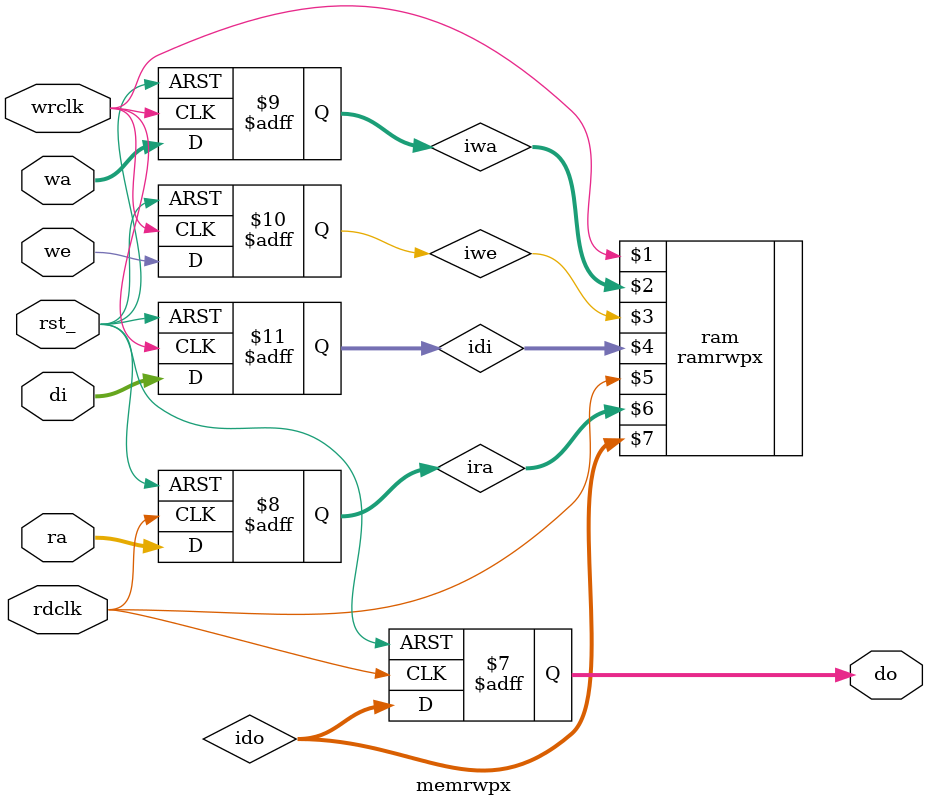
<source format=v>

module memrwpx
    (
     rst_,
     wrclk,
     wa,
     we,
     di,
     rdclk,
     ra,
     do
     );

parameter ADDRBIT = 9;
parameter DEPTH   = 512;
parameter WIDTH   = 32;
parameter TYPE = "AUTO";		//This parameter is for synthesis only (Do not remove)
parameter MAXDEPTH = 0;

input               rst_;
input               wrclk;
input [ADDRBIT-1:0] wa;     // @+wrclk
input               we;     // @+wrclk
input [WIDTH-1:0]   di;     // @+wrclk
input               rdclk;
input [ADDRBIT-1:0] ra;     // @+rdclk
output [WIDTH-1:0]  do;     // @+rdclk

reg [ADDRBIT-1:0]   iwa;    // @+wrclk
reg                 iwe;    // @+wrclk
reg [WIDTH-1:0]     idi;    // @+wrclk
reg [ADDRBIT-1:0]   ira;    // @+wrclk

wire [WIDTH-1:0]    ido;
reg  [WIDTH-1:0]    do;     // @+rdclk

//wrapping logics
//write port
always @ (posedge wrclk or negedge rst_)
    if (~rst_)
        begin
        iwa <= {ADDRBIT{1'b0}};
        iwe <= 1'b0;
        idi <= {WIDTH{1'b0}};
        end
    else
        begin
        iwa <= wa;
        iwe <= we;
        idi <= di;
        end

//read port
always @ (posedge rdclk or negedge rst_)
    if (~rst_)
        ira <= {ADDRBIT{1'b0}};
    else
        ira <= ra;

always @ (posedge rdclk or negedge rst_)
    if (~rst_)
        do      <= {WIDTH{1'b0}};
    else
        do      <= ido;

//read write port ram, dual clock instantiation
ramrwpx #(ADDRBIT,DEPTH,WIDTH) ram (wrclk,iwa,iwe,idi,rdclk,ira,ido);

endmodule

</source>
